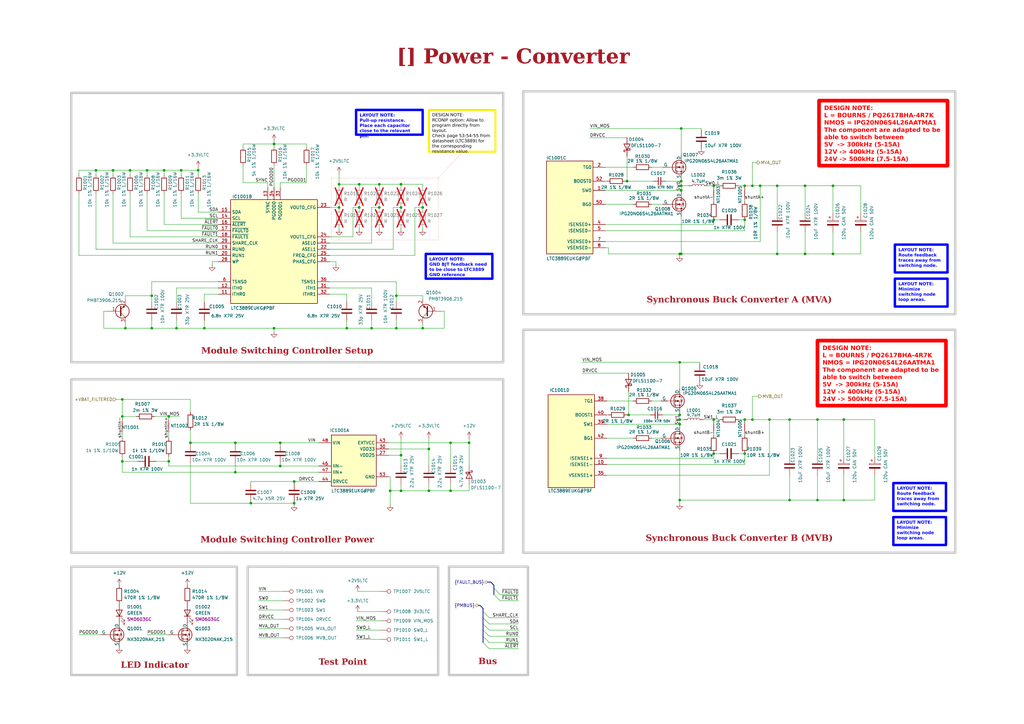
<source format=kicad_sch>
(kicad_sch (version 20231120) (generator "eeschema") (generator_version "8.0")
  (paper "A3")
  (title_block (title "Power - Converter") (date "Last Modified Date") (rev "${REVISION}") (company "${COMPANY}"))
  (bus_alias "PMBUS" (members "SDA" "SCL" "RUN0" "RUN1" "~{ALERT}" "SHARE_CLK"))
  (junction (at 175.895 201.295))
  (junction (at 323.85 205.105))
  (junction (at 335.28 205.105))
  (junction (at 164.465 85.09))
  (junction (at 96.52 193.675))
  (junction (at 83.82 134.62))
  (junction (at 164.465 186.69))
  (junction (at 39.37 69.85))
  (junction (at 341.63 76.2))
  (junction (at 139.065 85.09))
  (junction (at 81.28 69.85))
  (junction (at 164.465 75.565))
  (junction (at 112.395 59.055))
  (junction (at 279.4 104.14))
  (junction (at 184.785 181.61))
  (junction (at 305.435 90.17))
  (junction (at 305.435 172.085))
  (junction (at 278.765 205.105))
  (junction (at 152.4 134.62))
  (junction (at 184.785 201.295))
  (junction (at 62.23 134.62))
  (junction (at 192.405 181.61))
  (junction (at 69.215 189.23))
  (junction (at 173.355 85.09))
  (junction (at 96.52 181.61))
  (junction (at 315.595 172.085))
  (junction (at 51.435 134.62))
  (junction (at 330.2 76.2))
  (junction (at 120.65 197.485))
  (junction (at 62.23 121.285))
  (junction (at 308.61 172.085))
  (junction (at 278.765 148.59))
  (junction (at 279.4 76.2))
  (junction (at 155.575 85.09))
  (junction (at 53.34 69.85))
  (junction (at 278.765 173.99))
  (junction (at 311.785 76.2))
  (junction (at 278.765 170.18))
  (junction (at 50.165 170.815))
  (junction (at 102.87 206.375))
  (junction (at 155.575 75.565))
  (junction (at 257.175 74.295))
  (junction (at 278.765 172.085))
  (junction (at 164.465 201.295))
  (junction (at 114.935 181.61))
  (junction (at 335.28 172.085))
  (junction (at 160.02 201.295))
  (junction (at 346.075 172.085))
  (junction (at 60.325 69.85))
  (junction (at 69.215 170.815))
  (junction (at 50.165 189.23))
  (junction (at 278.765 104.14))
  (junction (at 323.85 172.085))
  (junction (at 162.56 134.62))
  (junction (at 318.77 76.2))
  (junction (at 292.735 186.055))
  (junction (at 74.295 69.85))
  (junction (at 72.39 134.62))
  (junction (at 341.63 104.14))
  (junction (at 279.4 78.105))
  (junction (at 175.895 184.15))
  (junction (at 308.61 76.2))
  (junction (at 292.735 90.17))
  (junction (at 318.77 104.14))
  (junction (at 120.65 206.375))
  (junction (at 330.2 104.14))
  (junction (at 279.4 52.705))
  (junction (at 78.105 181.61))
  (junction (at 112.395 134.62))
  (junction (at 162.56 121.285))
  (junction (at 279.4 74.295))
  (junction (at 305.435 186.055))
  (junction (at 139.065 75.565))
  (junction (at 346.075 205.105))
  (junction (at 173.355 134.62))
  (junction (at 46.355 69.85))
  (junction (at 147.32 85.09))
  (junction (at 292.735 172.085))
  (junction (at 257.81 170.18))
  (junction (at 142.24 134.62))
  (junction (at 67.31 69.85))
  (junction (at 305.435 76.2))
  (junction (at 50.165 163.83))
  (junction (at 147.32 75.565))
  (junction (at 114.935 191.135))
  (junction (at 292.735 76.2))
  (bus_entry (at 202.565 241.3) (size 2.54 2.54))
  (bus_entry (at 198.12 250.825) (size 2.54 2.54))
  (bus_entry (at 198.12 260.985) (size 2.54 2.54))
  (bus_entry (at 198.12 253.365) (size 2.54 2.54))
  (bus_entry (at 198.12 258.445) (size 2.54 2.54))
  (bus_entry (at 202.565 243.84) (size 2.54 2.54))
  (bus_entry (at 198.12 263.525) (size 2.54 2.54))
  (bus_entry (at 198.12 255.905) (size 2.54 2.54))
  (wire (pts (xy 60.325 94.615) (xy 60.325 79.375)))
  (wire (pts (xy 278.765 172.085) (xy 280.67 172.085)))
  (wire (pts (xy 114.935 76.835) (xy 114.935 74.93)))
  (wire (pts (xy 102.87 197.485) (xy 120.65 197.485)))
  (wire (pts (xy 152.4 85.09) (xy 152.4 99.695)))
  (wire (pts (xy 346.075 194.945) (xy 346.075 205.105)))
  (wire (pts (xy 139.065 93.345) (xy 139.065 93.98)))
  (wire (pts (xy 248.92 187.96) (xy 292.735 187.96)))
  (wire (pts (xy 305.435 82.55) (xy 305.435 81.915)))
  (wire (pts (xy 135.255 99.695) (xy 152.4 99.695)))
  (wire (pts (xy 346.075 187.325) (xy 346.075 172.085)))
  (wire (pts (xy 358.775 187.325) (xy 358.775 172.085)))
  (wire (pts (xy 106.045 250.19) (xy 116.205 250.19)))
  (wire (pts (xy 308.61 162.56) (xy 308.61 172.085)))
  (wire (pts (xy 89.535 86.995) (xy 81.28 86.995)))
  (wire (pts (xy 147.32 84.455) (xy 147.32 85.09)))
  (wire (pts (xy 144.78 85.09) (xy 147.32 85.09)))
  (wire (pts (xy 292.735 76.2) (xy 295.275 76.2)))
  (wire (pts (xy 32.385 79.375) (xy 32.385 104.775)))
  (wire (pts (xy 341.63 87.63) (xy 341.63 76.2)))
  (wire (pts (xy 273.05 74.295) (xy 279.4 74.295)))
  (wire (pts (xy 112.395 67.945) (xy 112.395 76.835)))
  (wire (pts (xy 50.165 177.165) (xy 50.165 179.705)))
  (wire (pts (xy 78.105 181.61) (xy 78.105 182.245)))
  (wire (pts (xy 267.335 68.58) (xy 271.78 68.58)))
  (wire (pts (xy 162.56 134.62) (xy 173.355 134.62)))
  (wire (pts (xy 69.215 170.815) (xy 73.66 170.815)))
  (wire (pts (xy 256.54 74.295) (xy 257.175 74.295)))
  (wire (pts (xy 53.34 97.155) (xy 89.535 97.155)))
  (wire (pts (xy 135.255 85.09) (xy 139.065 85.09)))
  (wire (pts (xy 278.765 172.085) (xy 278.765 173.99)))
  (wire (pts (xy 42.545 127.635) (xy 42.545 134.62)))
  (wire (pts (xy 39.37 69.85) (xy 46.355 69.85)))
  (wire (pts (xy 46.355 79.375) (xy 46.355 99.695)))
  (wire (pts (xy 330.2 95.25) (xy 330.2 104.14)))
  (wire (pts (xy 341.63 104.14) (xy 353.06 104.14)))
  (wire (pts (xy 155.575 85.09) (xy 155.575 85.725)))
  (wire (pts (xy 39.37 69.85) (xy 39.37 71.755)))
  (wire (pts (xy 112.395 57.785) (xy 112.395 59.055)))
  (wire (pts (xy 335.28 172.085) (xy 346.075 172.085)))
  (wire (pts (xy 106.045 254) (xy 116.205 254)))
  (wire (pts (xy 278.765 148.59) (xy 287.02 148.59)))
  (wire (pts (xy 50.165 189.23) (xy 50.165 193.675)))
  (wire (pts (xy 164.465 198.755) (xy 164.465 201.295)))
  (wire (pts (xy 47.625 163.83) (xy 50.165 163.83)))
  (wire (pts (xy 173.355 76.835) (xy 173.355 75.565)))
  (wire (pts (xy 89.535 102.235) (xy 39.37 102.235)))
  (wire (pts (xy 89.535 104.775) (xy 32.385 104.775)))
  (wire (pts (xy 248.92 194.945) (xy 315.595 194.945)))
  (wire (pts (xy 184.785 181.61) (xy 192.405 181.61)))
  (wire (pts (xy 249.555 101.6) (xy 248.285 101.6)))
  (wire (pts (xy 164.465 186.69) (xy 164.465 191.135)))
  (wire (pts (xy 279.4 78.105) (xy 279.4 78.74)))
  (wire (pts (xy 69.215 191.135) (xy 114.935 191.135)))
  (wire (pts (xy 308.61 66.675) (xy 308.61 76.2)))
  (bus (pts (xy 202.565 241.3) (xy 202.565 243.84)))
  (wire (pts (xy 175.895 198.755) (xy 175.895 201.295)))
  (wire (pts (xy 315.595 172.085) (xy 323.85 172.085)))
  (wire (pts (xy 72.39 134.62) (xy 62.23 134.62)))
  (wire (pts (xy 278.765 205.105) (xy 278.765 206.375)))
  (wire (pts (xy 155.575 75.565) (xy 147.32 75.565)))
  (wire (pts (xy 292.735 90.17) (xy 295.275 90.17)))
  (wire (pts (xy 159.385 184.15) (xy 175.895 184.15)))
  (wire (pts (xy 135.255 120.65) (xy 142.24 120.65)))
  (wire (pts (xy 182.245 127.635) (xy 182.245 134.62)))
  (wire (pts (xy 257.81 160.655) (xy 257.81 170.18)))
  (wire (pts (xy 135.255 107.315) (xy 137.795 107.315)))
  (bus (pts (xy 196.215 248.285) (xy 196.85 248.285)))
  (wire (pts (xy 89.535 92.075) (xy 67.31 92.075)))
  (wire (pts (xy 238.76 148.59) (xy 278.765 148.59)))
  (wire (pts (xy 335.28 205.105) (xy 346.075 205.105)))
  (wire (pts (xy 248.285 74.295) (xy 248.92 74.295)))
  (wire (pts (xy 184.785 201.295) (xy 192.405 201.295)))
  (wire (pts (xy 160.02 195.58) (xy 159.385 195.58)))
  (bus (pts (xy 200.025 238.76) (xy 201.295 238.76)))
  (wire (pts (xy 160.02 195.58) (xy 160.02 201.295)))
  (wire (pts (xy 69.215 189.23) (xy 69.215 191.135)))
  (wire (pts (xy 50.165 187.325) (xy 50.165 189.23)))
  (wire (pts (xy 267.335 179.705) (xy 271.145 179.705)))
  (wire (pts (xy 279.4 88.9) (xy 279.4 104.14)))
  (wire (pts (xy 318.77 95.25) (xy 318.77 104.14)))
  (wire (pts (xy 308.61 172.085) (xy 315.595 172.085)))
  (wire (pts (xy 50.165 163.83) (xy 78.105 163.83)))
  (wire (pts (xy 164.465 93.345) (xy 164.465 93.98)))
  (wire (pts (xy 159.385 186.69) (xy 164.465 186.69)))
  (wire (pts (xy 114.935 189.865) (xy 114.935 191.135)))
  (wire (pts (xy 278.765 184.785) (xy 278.765 205.105)))
  (wire (pts (xy 125.73 59.055) (xy 112.395 59.055)))
  (wire (pts (xy 249.555 170.18) (xy 248.92 170.18)))
  (wire (pts (xy 292.735 90.17) (xy 292.735 92.075)))
  (wire (pts (xy 238.76 153.035) (xy 257.81 153.035)))
  (wire (pts (xy 50.165 193.675) (xy 96.52 193.675)))
  (wire (pts (xy 279.4 52.705) (xy 279.4 63.5)))
  (wire (pts (xy 135.255 118.11) (xy 152.4 118.11)))
  (bus (pts (xy 198.12 260.985) (xy 198.12 263.525)))
  (wire (pts (xy 184.785 181.61) (xy 184.785 191.135)))
  (wire (pts (xy 152.4 134.62) (xy 162.56 134.62)))
  (wire (pts (xy 257.175 74.295) (xy 267.97 74.295)))
  (wire (pts (xy 318.77 87.63) (xy 318.77 76.2)))
  (wire (pts (xy 32.385 260.35) (xy 41.275 260.35)))
  (wire (pts (xy 287.655 52.705) (xy 287.655 53.34)))
  (wire (pts (xy 292.735 187.96) (xy 292.735 186.055)))
  (wire (pts (xy 69.215 170.815) (xy 69.215 172.085)))
  (wire (pts (xy 164.465 84.455) (xy 164.465 85.09)))
  (wire (pts (xy 180.975 127.635) (xy 182.245 127.635)))
  (wire (pts (xy 96.52 181.61) (xy 96.52 182.245)))
  (wire (pts (xy 125.73 60.325) (xy 125.73 59.055)))
  (bus (pts (xy 198.12 250.825) (xy 198.12 253.365)))
  (wire (pts (xy 60.325 94.615) (xy 89.535 94.615)))
  (wire (pts (xy 248.92 179.705) (xy 259.715 179.705)))
  (wire (pts (xy 278.765 104.14) (xy 279.4 104.14)))
  (bus (pts (xy 196.85 248.285) (xy 198.12 249.555)))
  (wire (pts (xy 278.765 104.14) (xy 278.765 104.775)))
  (wire (pts (xy 335.28 187.325) (xy 335.28 172.085)))
  (wire (pts (xy 51.435 134.62) (xy 51.435 132.715)))
  (wire (pts (xy 102.87 198.12) (xy 102.87 197.485)))
  (wire (pts (xy 146.05 254.635) (xy 156.21 254.635)))
  (wire (pts (xy 114.935 74.93) (xy 125.73 74.93)))
  (wire (pts (xy 248.92 173.99) (xy 278.765 173.99)))
  (wire (pts (xy 173.355 121.285) (xy 162.56 121.285)))
  (wire (pts (xy 112.395 59.055) (xy 99.695 59.055)))
  (wire (pts (xy 160.02 207.01) (xy 160.02 201.295)))
  (wire (pts (xy 142.24 134.62) (xy 152.4 134.62)))
  (wire (pts (xy 89.535 107.315) (xy 86.995 107.315)))
  (wire (pts (xy 60.325 69.85) (xy 53.34 69.85)))
  (wire (pts (xy 192.405 181.61) (xy 192.405 191.135)))
  (wire (pts (xy 120.65 197.485) (xy 130.81 197.485)))
  (wire (pts (xy 67.31 69.85) (xy 67.31 71.755)))
  (wire (pts (xy 139.065 71.12) (xy 139.065 75.565)))
  (wire (pts (xy 43.815 127.635) (xy 42.545 127.635)))
  (wire (pts (xy 161.29 85.09) (xy 164.465 85.09)))
  (wire (pts (xy 323.85 172.085) (xy 335.28 172.085)))
  (bus (pts (xy 201.295 238.76) (xy 202.565 240.03)))
  (wire (pts (xy 353.06 95.25) (xy 353.06 104.14)))
  (wire (pts (xy 62.23 115.57) (xy 89.535 115.57)))
  (wire (pts (xy 69.215 187.325) (xy 69.215 189.23)))
  (wire (pts (xy 323.85 187.325) (xy 323.85 172.085)))
  (wire (pts (xy 102.87 206.375) (xy 120.65 206.375)))
  (wire (pts (xy 311.785 99.06) (xy 311.785 76.2)))
  (wire (pts (xy 78.105 176.53) (xy 78.105 181.61)))
  (wire (pts (xy 257.175 170.18) (xy 257.81 170.18)))
  (wire (pts (xy 125.73 74.93) (xy 125.73 67.945)))
  (wire (pts (xy 96.52 193.675) (xy 130.81 193.675)))
  (wire (pts (xy 279.4 76.2) (xy 279.4 78.105)))
  (bus (pts (xy 198.12 255.905) (xy 198.12 258.445)))
  (wire (pts (xy 353.06 87.63) (xy 353.06 76.2)))
  (wire (pts (xy 67.31 92.075) (xy 67.31 79.375)))
  (wire (pts (xy 278.765 170.18) (xy 278.765 172.085)))
  (wire (pts (xy 147.32 75.565) (xy 147.32 76.835)))
  (wire (pts (xy 50.165 189.23) (xy 56.515 189.23)))
  (wire (pts (xy 120.65 205.74) (xy 120.65 206.375)))
  (wire (pts (xy 147.32 85.09) (xy 147.32 85.725)))
  (wire (pts (xy 78.105 181.61) (xy 96.52 181.61)))
  (wire (pts (xy 248.285 94.615) (xy 305.435 94.615)))
  (wire (pts (xy 50.165 170.815) (xy 55.88 170.815)))
  (wire (pts (xy 184.785 198.755) (xy 184.785 201.295)))
  (wire (pts (xy 112.395 135.89) (xy 112.395 134.62)))
  (wire (pts (xy 53.34 69.85) (xy 46.355 69.85)))
  (wire (pts (xy 305.435 76.2) (xy 308.61 76.2)))
  (wire (pts (xy 279.4 52.705) (xy 287.655 52.705)))
  (wire (pts (xy 106.045 261.62) (xy 116.205 261.62)))
  (wire (pts (xy 305.435 76.2) (xy 305.435 76.835)))
  (wire (pts (xy 292.735 76.2) (xy 292.735 76.835)))
  (wire (pts (xy 89.535 99.695) (xy 46.355 99.695)))
  (wire (pts (xy 78.105 163.83) (xy 78.105 168.91)))
  (wire (pts (xy 302.895 76.2) (xy 305.435 76.2)))
  (wire (pts (xy 161.29 85.09) (xy 161.29 102.235)))
  (wire (pts (xy 53.34 79.375) (xy 53.34 97.155)))
  (wire (pts (xy 164.465 201.295) (xy 175.895 201.295)))
  (wire (pts (xy 173.355 122.555) (xy 173.355 121.285)))
  (wire (pts (xy 173.355 134.62) (xy 173.355 132.715)))
  (wire (pts (xy 248.285 68.58) (xy 259.715 68.58)))
  (wire (pts (xy 81.28 79.375) (xy 81.28 86.995)))
  (wire (pts (xy 51.435 122.555) (xy 51.435 121.285)))
  (wire (pts (xy 267.335 164.465) (xy 271.145 164.465)))
  (wire (pts (xy 120.65 198.12) (xy 120.65 197.485)))
  (wire (pts (xy 62.23 123.825) (xy 62.23 121.285)))
  (wire (pts (xy 318.77 76.2) (xy 330.2 76.2)))
  (wire (pts (xy 102.87 206.375) (xy 102.87 205.74)))
  (wire (pts (xy 308.61 162.56) (xy 311.15 162.56)))
  (wire (pts (xy 330.2 104.14) (xy 341.63 104.14)))
  (wire (pts (xy 173.355 84.455) (xy 173.355 85.09)))
  (wire (pts (xy 99.695 74.93) (xy 99.695 67.945)))
  (wire (pts (xy 114.935 181.61) (xy 130.81 181.61)))
  (wire (pts (xy 50.165 170.815) (xy 50.165 163.83)))
  (wire (pts (xy 335.28 194.945) (xy 335.28 205.105)))
  (wire (pts (xy 170.18 85.09) (xy 173.355 85.09)))
  (wire (pts (xy 292.735 172.085) (xy 292.735 172.72)))
  (wire (pts (xy 358.775 194.945) (xy 358.775 205.105)))
  (wire (pts (xy 106.045 257.81) (xy 116.205 257.81)))
  (wire (pts (xy 46.355 69.85) (xy 46.355 71.755)))
  (wire (pts (xy 89.535 89.535) (xy 74.295 89.535)))
  (wire (pts (xy 323.85 194.945) (xy 323.85 205.105)))
  (wire (pts (xy 146.685 242.57) (xy 156.21 242.57)))
  (wire (pts (xy 160.02 201.295) (xy 164.465 201.295)))
  (wire (pts (xy 162.56 131.445) (xy 162.56 134.62)))
  (wire (pts (xy 279.4 76.2) (xy 282.575 76.2)))
  (wire (pts (xy 305.435 178.435) (xy 305.435 177.8)))
  (wire (pts (xy 248.285 78.105) (xy 279.4 78.105)))
  (wire (pts (xy 139.065 85.09) (xy 139.065 85.725)))
  (wire (pts (xy 302.895 172.085) (xy 305.435 172.085)))
  (wire (pts (xy 83.82 120.65) (xy 83.82 123.825)))
  (wire (pts (xy 139.065 75.565) (xy 147.32 75.565)))
  (wire (pts (xy 72.39 131.445) (xy 72.39 134.62)))
  (wire (pts (xy 114.935 181.61) (xy 114.935 182.245)))
  (wire (pts (xy 60.325 260.35) (xy 69.215 260.35)))
  (wire (pts (xy 81.28 69.85) (xy 81.28 71.755)))
  (wire (pts (xy 278.765 173.99) (xy 278.765 174.625)))
  (wire (pts (xy 155.575 93.98) (xy 155.575 93.345)))
  (wire (pts (xy 330.2 87.63) (xy 330.2 76.2)))
  (bus (pts (xy 198.12 249.555) (xy 198.12 250.825)))
  (wire (pts (xy 279.4 104.14) (xy 318.77 104.14)))
  (wire (pts (xy 42.545 134.62) (xy 51.435 134.62)))
  (wire (pts (xy 106.045 246.38) (xy 116.205 246.38)))
  (wire (pts (xy 146.05 262.255) (xy 156.21 262.255)))
  (wire (pts (xy 32.385 69.85) (xy 39.37 69.85)))
  (wire (pts (xy 241.935 56.515) (xy 257.175 56.515)))
  (wire (pts (xy 69.215 177.165) (xy 69.215 179.705)))
  (wire (pts (xy 182.245 134.62) (xy 173.355 134.62)))
  (wire (pts (xy 290.195 76.2) (xy 292.735 76.2)))
  (wire (pts (xy 155.575 75.565) (xy 155.575 76.835)))
  (wire (pts (xy 278.765 205.105) (xy 323.85 205.105)))
  (wire (pts (xy 278.765 148.59) (xy 278.765 159.385)))
  (wire (pts (xy 74.295 69.85) (xy 67.31 69.85)))
  (wire (pts (xy 292.735 186.055) (xy 295.275 186.055)))
  (wire (pts (xy 89.535 118.11) (xy 72.39 118.11)))
  (wire (pts (xy 341.63 76.2) (xy 353.06 76.2)))
  (wire (pts (xy 155.575 84.455) (xy 155.575 85.09)))
  (wire (pts (xy 96.52 181.61) (xy 114.935 181.61)))
  (wire (pts (xy 192.405 179.705) (xy 192.405 181.61)))
  (wire (pts (xy 81.28 69.85) (xy 74.295 69.85)))
  (wire (pts (xy 318.77 104.14) (xy 330.2 104.14)))
  (wire (pts (xy 200.66 258.445) (xy 212.725 258.445)))
  (wire (pts (xy 162.56 121.285) (xy 162.56 115.57)))
  (wire (pts (xy 308.61 172.085) (xy 305.435 172.085)))
  (wire (pts (xy 173.355 93.345) (xy 173.355 93.98)))
  (polyline (pts (xy 179.705 73.025) (xy 189.865 62.23)) (stroke (width 0) (type dot) (color 255 0 0 1)))
  (wire (pts (xy 173.355 75.565) (xy 164.465 75.565)))
  (wire (pts (xy 62.23 134.62) (xy 51.435 134.62)))
  (wire (pts (xy 109.855 76.835) (xy 109.855 74.93)))
  (wire (pts (xy 271.78 170.18) (xy 278.765 170.18)))
  (wire (pts (xy 302.895 186.055) (xy 305.435 186.055)))
  (wire (pts (xy 152.4 85.09) (xy 155.575 85.09)))
  (wire (pts (xy 60.325 69.85) (xy 67.31 69.85)))
  (wire (pts (xy 278.765 169.545) (xy 278.765 170.18)))
  (wire (pts (xy 50.165 170.815) (xy 50.165 172.085)))
  (wire (pts (xy 53.34 69.85) (xy 53.34 71.755)))
  (wire (pts (xy 249.555 104.14) (xy 249.555 101.6)))
  (wire (pts (xy 200.66 253.365) (xy 212.725 253.365)))
  (wire (pts (xy 248.285 83.82) (xy 259.715 83.82)))
  (wire (pts (xy 241.935 52.705) (xy 279.4 52.705)))
  (wire (pts (xy 72.39 134.62) (xy 83.82 134.62)))
  (wire (pts (xy 99.695 74.93) (xy 109.855 74.93)))
  (wire (pts (xy 173.355 85.09) (xy 173.355 85.725)))
  (wire (pts (xy 120.65 206.375) (xy 120.65 207.01)))
  (wire (pts (xy 248.285 92.075) (xy 292.735 92.075)))
  (wire (pts (xy 257.175 64.135) (xy 257.175 74.295)))
  (wire (pts (xy 200.66 266.065) (xy 212.725 266.065)))
  (wire (pts (xy 72.39 118.11) (xy 72.39 123.825)))
  (wire (pts (xy 164.465 85.09) (xy 164.465 85.725)))
  (wire (pts (xy 279.4 74.295) (xy 279.4 76.2)))
  (wire (pts (xy 170.18 85.09) (xy 170.18 104.775)))
  (wire (pts (xy 308.61 66.675) (xy 310.515 66.675)))
  (wire (pts (xy 292.735 82.55) (xy 292.735 81.915)))
  (wire (pts (xy 32.385 71.755) (xy 32.385 69.85)))
  (wire (pts (xy 152.4 131.445) (xy 152.4 134.62)))
  (wire (pts (xy 330.2 76.2) (xy 341.63 76.2)))
  (wire (pts (xy 315.595 172.085) (xy 315.595 194.945)))
  (wire (pts (xy 200.66 263.525) (xy 212.725 263.525)))
  (wire (pts (xy 305.435 90.17) (xy 305.435 94.615)))
  (wire (pts (xy 81.28 68.58) (xy 81.28 69.85)))
  (wire (pts (xy 288.29 172.085) (xy 292.735 172.085)))
  (wire (pts (xy 86.995 108.585) (xy 86.995 107.315)))
  (wire (pts (xy 142.24 131.445) (xy 142.24 134.62)))
  (wire (pts (xy 146.05 258.445) (xy 156.21 258.445)))
  (wire (pts (xy 248.92 190.5) (xy 305.435 190.5)))
  (wire (pts (xy 200.66 255.905) (xy 212.725 255.905)))
  (wire (pts (xy 249.555 104.14) (xy 278.765 104.14)))
  (wire (pts (xy 248.92 164.465) (xy 259.715 164.465)))
  (wire (pts (xy 147.32 93.345) (xy 147.32 93.98)))
  (wire (pts (xy 164.465 75.565) (xy 164.465 76.835)))
  (wire (pts (xy 164.465 75.565) (xy 155.575 75.565)))
  (wire (pts (xy 292.735 172.085) (xy 295.275 172.085)))
  (wire (pts (xy 146.685 250.825) (xy 156.21 250.825)))
  (wire (pts (xy 139.065 84.455) (xy 139.065 85.09)))
  (wire (pts (xy 305.435 190.5) (xy 305.435 186.055)))
  (wire (pts (xy 51.435 121.285) (xy 62.23 121.285)))
  (bus (pts (xy 202.565 240.03) (xy 202.565 241.3)))
  (wire (pts (xy 60.325 69.85) (xy 60.325 71.755)))
  (wire (pts (xy 106.045 242.57) (xy 116.205 242.57)))
  (wire (pts (xy 74.295 89.535) (xy 74.295 79.375)))
  (wire (pts (xy 63.5 170.815) (xy 69.215 170.815)))
  (wire (pts (xy 248.285 99.06) (xy 311.785 99.06)))
  (wire (pts (xy 287.02 148.59) (xy 287.02 149.225)))
  (wire (pts (xy 78.105 189.865) (xy 78.105 206.375)))
  (wire (pts (xy 83.82 131.445) (xy 83.82 134.62)))
  (wire (pts (xy 341.63 95.25) (xy 341.63 104.14)))
  (wire (pts (xy 114.935 191.135) (xy 130.81 191.135)))
  (wire (pts (xy 205.105 246.38) (xy 212.725 246.38)))
  (wire (pts (xy 83.82 134.62) (xy 112.395 134.62)))
  (wire (pts (xy 137.795 108.585) (xy 137.795 107.315)))
  (wire (pts (xy 162.56 115.57) (xy 135.255 115.57)))
  (wire (pts (xy 308.61 76.2) (xy 311.785 76.2)))
  (wire (pts (xy 192.405 198.755) (xy 192.405 201.295)))
  (wire (pts (xy 96.52 189.865) (xy 96.52 193.675)))
  (wire (pts (xy 135.255 97.155) (xy 144.78 97.155)))
  (bus (pts (xy 198.12 258.445) (xy 198.12 260.985)))
  (wire (pts (xy 346.075 172.085) (xy 358.775 172.085)))
  (wire (pts (xy 175.895 179.705) (xy 175.895 184.15)))
  (wire (pts (xy 257.81 170.18) (xy 266.7 170.18)))
  (bus (pts (xy 198.12 253.365) (xy 198.12 255.905)))
  (wire (pts (xy 89.535 120.65) (xy 83.82 120.65)))
  (wire (pts (xy 267.335 83.82) (xy 271.78 83.82)))
  (wire (pts (xy 112.395 59.055) (xy 112.395 60.325)))
  (wire (pts (xy 164.465 179.705) (xy 164.465 186.69)))
  (wire (pts (xy 162.56 123.825) (xy 162.56 121.285)))
  (wire (pts (xy 200.66 260.985) (xy 212.725 260.985)))
  (wire (pts (xy 152.4 118.11) (xy 152.4 123.825)))
  (wire (pts (xy 175.895 201.295) (xy 184.785 201.295)))
  (wire (pts (xy 135.255 102.235) (xy 161.29 102.235)))
  (wire (pts (xy 135.255 104.775) (xy 170.18 104.775)))
  (wire (pts (xy 311.785 76.2) (xy 318.77 76.2)))
  (wire (pts (xy 99.695 59.055) (xy 99.695 60.325)))
  (wire (pts (xy 62.23 121.285) (xy 62.23 115.57)))
  (wire (pts (xy 302.895 90.17) (xy 305.435 90.17)))
  (wire (pts (xy 39.37 79.375) (xy 39.37 102.235)))
  (wire (pts (xy 142.24 120.65) (xy 142.24 123.825)))
  (wire (pts (xy 346.075 205.105) (xy 358.775 205.105)))
  (wire (pts (xy 205.105 243.84) (xy 212.725 243.84)))
  (wire (pts (xy 144.78 85.09) (xy 144.78 97.155)))
  (wire (pts (xy 62.23 131.445) (xy 62.23 134.62)))
  (wire (pts (xy 64.135 189.23) (xy 69.215 189.23)))
  (wire (pts (xy 279.4 74.295) (xy 279.4 73.66)))
  (wire (pts (xy 74.295 69.85) (xy 74.295 71.755)))
  (wire (pts (xy 175.895 191.135) (xy 175.895 184.15)))
  (wire (pts (xy 139.065 75.565) (xy 139.065 76.835)))
  (wire (pts (xy 292.735 178.435) (xy 292.735 177.8)))
  (wire (pts (xy 112.395 134.62) (xy 142.24 134.62)))
  (wire (pts (xy 305.435 172.085) (xy 305.435 172.72)))
  (wire (pts (xy 323.85 205.105) (xy 335.28 205.105)))
  (wire (pts (xy 78.105 206.375) (xy 102.87 206.375)))
  (wire (pts (xy 159.385 181.61) (xy 184.785 181.61)))
  (rectangle (start 135.89 73.025) (end 179.705 98.425) (stroke (width 0) (type dot) (color 255 0 0 1)))
  (rectangle (start 29.21 232.41) (end 97.155 276.86) (stroke (width 1) (color 200 200 200 1)))
  (rectangle (start 214.63 135.255) (end 391.795 226.695) (stroke (width 1) (color 200 200 200 1)))
  (rectangle (start 29.21 155.575) (end 206.375 226.695) (stroke (width 1) (color 200 200 200 1)))
  (rectangle (start 184.15 232.41) (end 216.535 276.86) (stroke (width 1) (color 200 200 200 1)))
  (rectangle (start 214.63 37.465) (end 391.795 128.905) (stroke (width 1) (color 200 200 200 1)))
  (rectangle (start 101.6 232.41) (end 179.705 276.86) (stroke (width 1) (color 200 200 200 1)))
  (rectangle (start 29.21 38.1) (end 206.375 148.59) (stroke (width 1) (color 200 200 200 1)))
  (text_box "Test Point\n\n" (at 101.6 267.97 0) (size 78.105 6.985) (stroke (width -0.0001)) (effects (font (size 2.54 2.54) (thickness 0.508) (bold yes)) (justify bottom)))
  (text_box "Synchronous Buck Converter A (MVA)" (at 214.63 119.38 0) (size 177.165 6.985) (stroke (width -0.0001)) (effects (font (size 2.54 2.54) (thickness 0.508) (bold yes)) (justify bottom)))
  (text_box "LED Indicator\n" (at 29.845 269.24 0) (size 67.31 6.985) (stroke (width -0.0001)) (effects (font (size 2.54 2.54) (thickness 0.508) (bold yes)) (justify bottom)))
  (text_box "LAYOUT NOTE:\nRoute feedback traces away from switching node." (at 366.395 198.12 0) (size 21.59 11.43) (stroke (width 1) (color 0 0 255 1)) (effects (font (size 1.27 1.27) (thickness 0.4) (bold yes)) (justify left top)))
  (text_box "Module Switching Controller Setup" (at 29.845 140.335 0) (size 175.895 6.985) (stroke (width -0.0001)) (effects (font (size 2.54 2.54) (thickness 0.508) (bold yes)) (justify bottom)))
  (text_box "LAYOUT NOTE:\nMinimize switching node loop areas." (at 366.395 212.09 0) (size 21.59 11.43) (stroke (width 1) (color 0 0 255 1)) (effects (font (size 1.27 1.27) (thickness 0.4) (bold yes)) (justify left top)))
  (text_box "Synchronous Buck Converter B (MVB)" (at 214.63 217.17 0) (size 177.165 6.985) (stroke (width -0.0001)) (effects (font (size 2.54 2.54) (thickness 0.508) (bold yes)) (justify bottom)))
  (text_box "Module Switching Controller Power" (at 29.21 217.805 0) (size 177.165 6.985) (stroke (width -0.0001)) (effects (font (size 2.54 2.54) (thickness 0.508) (bold yes)) (justify bottom)))
  (text_box "DESIGN NOTE:\nL = BOURNS / PQ2617BHA-4R7K\nNMOS = IPG20N06S4L26AATMA1\nThe component are adapted to be able to switch between\n5V  -> 300kHz (5-15A)\n12V -> 400kHz (5-15A)\n24V -> 500kHz (7.5-15A)\n\n" (at 335.28 139.7 0) (size 52.705 26.67) (stroke (width 1.5) (color 255 0 0 1)) (effects (font (size 1.778 1.778) (thickness 0.4) (bold yes)) (justify left top)))
  (text_box "[${#}] ${TITLE}" (at 12.7 17.145 0) (size 395.605 12.7) (stroke (width -0.0001)) (effects (font (size 6 6) (thickness 1.2) (bold yes))))
  (text_box "DESIGN NOTE:\nL = BOURNS / PQ2617BHA-4R7K\nNMOS = IPG20N06S4L26AATMA1\nThe component are adapted to be able to switch between\n5V  -> 300kHz (5-15A)\n12V -> 400kHz (5-15A)\n24V -> 500kHz (7.5-15A)\n\n" (at 335.915 41.275 0) (size 52.705 26.67) (stroke (width 1.5) (color 255 0 0 1)) (effects (font (size 1.778 1.778) (thickness 0.4) (bold yes)) (justify left top)))
  (text_box "LAYOUT NOTE:\nPull-up resistance.\nPlace each capacitor close to the relevant pin." (at 146.05 45.085 0) (size 27.305 10.16) (stroke (width 1) (color 0 0 255 1)) (effects (font (size 1.27 1.27) (thickness 0.4) (bold yes)) (justify left top)))
  (text_box "DESIGN NOTE:\nRCONIF option: Allow to program directly from layout. \nCheck page 53-54-55 from datasheet (LTC3889) for the corresponding resistance value." (at 175.895 45.085 0) (size 27.305 17.145) (stroke (width 0.8) (color 250 236 0 1)) (effects (font (size 1.27 1.27)) (justify left top)))
  (text_box "Bus" (at 184.15 267.716 0) (size 31.75 6.985) (stroke (width -0.0001)) (effects (font (size 2.54 2.54) (thickness 0.508) (bold yes)) (justify bottom)))
  (text_box "LAYOUT NOTE:\nGND BJT feedback need to be close to LTC3889 GND reference" (at 174.625 104.14 0) (size 27.305 10.16) (stroke (width 1) (color 0 0 255 1)) (effects (font (size 1.27 1.27) (thickness 0.4) (bold yes)) (justify left top)))
  (text_box "LAYOUT NOTE:\nRoute feedback traces away from switching node." (at 367.03 100.33 0) (size 21.59 11.43) (stroke (width 1) (color 0 0 255 1)) (effects (font (size 1.27 1.27) (thickness 0.4) (bold yes)) (justify left top)))
  (text_box "LAYOUT NOTE:\nMinimize switching node loop areas." (at 367.03 114.3 0) (size 21.59 11.43) (stroke (width 1) (color 0 0 255 1)) (effects (font (size 1.27 1.27) (thickness 0.4) (bold yes)) (justify left top)))
  (label "RUN1" (at 212.725 263.525 180))
  (label "VIN_MOS" (at 146.05 254.635 0))
  (label "VIN_MOS" (at 241.935 52.705 0))
  (label "SHARE_CLK" (at 212.725 253.365 180))
  (label "SW1_L" (at 146.05 262.255 0))
  (label "MVA_OUT" (at 106.045 257.81 0))
  (label "~{FAULT0}" (at 89.535 94.615 180))
  (label "PGOOD0" (at 112.395 68.58 270))
  (label "RUN0" (at 212.725 260.985 180))
  (label "SDA" (at 212.725 255.905 180))
  (label "SCL" (at 212.725 258.445 180))
  (label "VIN" (at 106.045 242.57 0))
  (label "VIN_MOS" (at 73.66 170.815 180))
  (label "shuntA+" (at 305.435 81.915 0))
  (label "~{ALERT}" (at 212.725 266.065 180))
  (label "PGOOD1" (at 125.73 74.93 180))
  (label "shuntA-" (at 292.735 81.915 180))
  (label "DRVCC" (at 241.935 56.515 0))
  (label "SW1" (at 106.045 250.19 0))
  (label "SYNC" (at 109.855 74.93 180))
  (label "DRVCC" (at 122.555 197.485 0))
  (label "SW0" (at 279.4 74.295 270))
  (label "shuntIn-" (at 50.165 179.705 90))
  (label "SW0" (at 106.045 246.38 0))
  (label "DRVCC" (at 106.045 254 0))
  (label "SDA" (at 89.535 86.995 180))
  (label "VIN_MOS" (at 238.76 148.59 0))
  (label "SCL" (at 89.535 89.535 180))
  (label "~{FAULT1}" (at 212.725 246.38 180))
  (label "MVB_OUT" (at 106.045 261.62 0))
  (label "DRVCC" (at 238.76 153.035 0))
  (label "SW1_L" (at 294.64 172.085 180))
  (label "PGOOD0" (at 32.385 260.35 0))
  (label "VIN" (at 129.54 181.61 180))
  (label "~{FAULT0}" (at 212.725 243.84 180))
  (label "SHARE_CLK" (at 89.535 99.695 180))
  (label "shuntIn+" (at 69.215 179.705 90))
  (label "RUN0" (at 89.535 102.235 180))
  (label "PGOOD1" (at 60.325 260.35 0))
  (label "shuntB-" (at 292.735 178.435 180))
  (label "SW0_L" (at 295.275 76.2 180))
  (label "SW0_L" (at 146.05 258.445 0))
  (label "SW1" (at 278.765 170.18 270))
  (label "shuntB+" (at 305.435 178.435 0))
  (label "~{FAULT1}" (at 89.535 97.155 180))
  (label "~{ALERT}" (at 89.535 92.075 180))
  (label "RUN1" (at 89.535 104.775 180))
  (hierarchical_label "MVB_OUT" (shape output) (at 311.15 162.56 0))
  (hierarchical_label "MVA_OUT" (shape output) (at 310.515 66.675 0))
  (hierarchical_label "{PMBUS}" (shape bidirectional) (at 196.215 248.285 180))
  (hierarchical_label "+VBAT_FILTERED" (shape input) (at 47.625 163.83 180))
  (hierarchical_label "{FAULT_BUS}" (shape bidirectional) (at 200.025 238.76 180))
  (symbol (lib_id "power:+3.3V") (at 146.685 250.825 0) (unit 1)
    (property "Reference" "#PWR01019" (effects (hide yes)))
    (property "Value" "+3.3VLTC" (at 146.685 246.38 0))
  )
  (symbol (lib_id "Simulation_SPICE:NMOS") (at 276.225 164.465 0) (unit 1)
    (property "Reference" "Q1005" (at 279.4 159.385 0) (effects (justify left)))
    (property "Value" "IPG20N06S4L26AATMA1" (at 280.035 161.29 0) (effects (justify left)))
    (property "Footprint" "0_transistor_fet:Infineon-IPG20N06S4L-26A-Manufacturer_Recommended" (effects (hide yes)))
    (property "Datasheet" "https://ngspice.sourceforge.io/docs/ngspice-manual.pdf" (effects (hide yes)))
    (property "Sim.Device" "NMOS" (effects (hide yes)))
    (property "Sim.Type" "VDMOS" (effects (hide yes)))
    (property "Sim.Pins" "1=D 2=G 3=S" (effects (hide yes)))
  )
  (symbol (lib_id "Device:C") (at 330.2 91.44 0) (unit 1)
    (property "Reference" "C1024" (at 331.47 90.17 90) (effects (justify left)))
    (property "Value" "10uF X7R 100V" (at 334.645 98.425 90) (effects (justify left)))
    (property "Footprint" "0_capacitor_smd:C_1210_3225_DensityHigh" (effects (hide yes)))
  )
  (symbol (lib_id "Device:C") (at 78.105 186.055 180) (unit 1)
    (property "Reference" "C1004" (at 83.185 186.055 0))
    (property "Value" "10n X7R 100V" (at 85.725 188.595 0))
    (property "Footprint" "0_capacitor_smd:C_0402_1005_DensityHigh" (effects (hide yes)))
  )
  (symbol (lib_id "Simulation_SPICE:NMOS") (at 276.86 68.58 0) (unit 1)
    (property "Reference" "Q1007" (at 280.035 63.5 0) (effects (justify left)))
    (property "Value" "IPG20N06S4L26AATMA1" (at 280.67 66.04 0) (effects (justify left)))
    (property "Footprint" "0_transistor_fet:Infineon-IPG20N06S4L-26A-Manufacturer_Recommended" (effects (hide yes)))
    (property "Datasheet" "https://ngspice.sourceforge.io/docs/ngspice-manual.pdf" (effects (hide yes)))
    (property "Sim.Device" "NMOS" (effects (hide yes)))
    (property "Sim.Type" "VDMOS" (effects (hide yes)))
    (property "Sim.Pins" "1=D 2=G 3=S" (effects (hide yes)))
  )
  (symbol (lib_id "power:+3.3V") (at 112.395 57.785 0) (unit 1)
    (property "Reference" "#PWR01007" (effects (hide yes)))
    (property "Value" "+3.3VLTC" (at 112.395 52.705 0))
  )
  (symbol (lib_id "Device:R") (at 69.215 183.515 0) (mirror y) (unit 1)
    (property "Reference" "R1010" (at 65.405 182.245 0))
    (property "Value" "1k 1% 1/10W" (at 60.96 184.785 0))
    (property "Footprint" "0_resistor_smd:R_0603_1608_DensityHigh" (effects (hide yes)))
  )
  (symbol (lib_id "Device:R") (at 263.525 68.58 270) (mirror x) (unit 1)
    (property "Reference" "R1030" (at 263.525 64.135 90))
    (property "Value" "2R 1% 1/8W" (at 263.525 66.04 90))
    (property "Footprint" "0_resistor_smd:R_0402_1005_DensityHigh" (effects (hide yes)))
  )
  (symbol (lib_id "Device:R") (at 263.525 179.705 270) (mirror x) (unit 1)
    (property "Reference" "R1033" (at 264.16 175.26 90))
    (property "Value" "2R 1% 1/8W" (at 264.16 177.165 90))
    (property "Footprint" "0_resistor_smd:R_0402_1005_DensityHigh" (effects (hide yes)))
  )
  (symbol (lib_id "Device:R") (at 60.325 75.565 180) (unit 1)
    (property "Reference" "R1008" (at 62.865 78.105 90) (effects (justify right)))
    (property "Value" "10k 1% 1/16W" (at 64.77 85.09 90) (effects (justify right)))
    (property "Footprint" "0_resistor_smd:R_0402_1005_DensityHigh" (effects (hide yes)))
  )
  (symbol (lib_id "Connector:TestPoint") (at 156.21 250.825 270) (unit 1) (in_bom no)
    (property "Reference" "TP1008" (at 161.29 250.825 90) (effects (justify left)))
    (property "Value" "3V3LTC" (at 169.545 250.825 90) (effects (justify left)))
    (property "Footprint" "0_testpoint:TestPoint_Pad_D0.5mm_Back" (effects (hide yes)))
  )
  (symbol (lib_id "power:GND") (at 147.32 93.98 0) (unit 1)
    (property "Reference" "#PWR01013" (effects (hide yes)))
    (property "Value" "GND" (effects (hide yes)))
  )
  (symbol (lib_id "Device:R") (at 299.085 76.2 90) (unit 1)
    (property "Reference" "R1036" (at 299.085 70.485 90))
    (property "Value" "3m 1% 3W" (at 299.085 73.025 90))
    (property "Footprint" "0_resistor_smd:RESC6432X135N" (effects (hide yes)))
  )
  (symbol (lib_id "Connector:TestPoint") (at 156.21 254.635 270) (unit 1) (in_bom no)
    (property "Reference" "TP1009" (at 161.29 254.635 90) (effects (justify left)))
    (property "Value" "VIN_MOS" (at 169.545 254.635 90) (effects (justify left)))
    (property "Footprint" "0_testpoint:TestPoint_Pad_D0.5mm_Front" (effects (hide yes)))
  )
  (symbol (lib_id "Device:C") (at 175.895 194.945 180) (unit 1)
    (property "Reference" "C1014" (at 177.8 187.96 90) (effects (justify left)))
    (property "Value" "2.2u X7R 25V" (at 180.34 186.69 90) (effects (justify left)))
    (property "Footprint" "0_capacitor_smd:C_0603_1608_DensityHigh" (effects (hide yes)))
  )
  (symbol (lib_id "Device:R") (at 252.73 74.295 270) (mirror x) (unit 1)
    (property "Reference" "R1028" (at 252.73 71.755 90))
    (property "Value" "2R 1% 1/8W" (at 252.73 76.835 90))
    (property "Footprint" "0_resistor_smd:R_0402_1005_DensityHigh" (effects (hide yes)))
  )
  (symbol (lib_id "power:GND") (at 139.065 93.98 0) (unit 1)
    (property "Reference" "#PWR01012" (effects (hide yes)))
    (property "Value" "GND" (effects (hide yes)))
  )
  (symbol (lib_id "Device:R") (at 139.065 80.645 0) (unit 1) (in_bom no) (dnp yes)
    (property "Reference" "R1018" (at 140.97 79.375 0) (effects (justify left)))
    (property "Value" "R" (at 140.97 81.915 0) (effects (justify left)))
    (property "Footprint" "0_resistor_smd:R_0402_1005_DensityHigh" (effects (hide yes)))
  )
  (symbol (lib_id "Device:R") (at 147.32 80.645 0) (unit 1) (in_bom no) (dnp yes)
    (property "Reference" "R1020" (at 149.225 79.375 0) (effects (justify left)))
    (property "Value" "R" (at 149.225 81.915 0) (effects (justify left)))
    (property "Footprint" "0_resistor_smd:R_0402_1005_DensityHigh" (effects (hide yes)))
  )
  (symbol (lib_id "Connector:TestPoint") (at 116.205 242.57 270) (unit 1) (in_bom no)
    (property "Reference" "TP1001" (at 121.285 242.57 90) (effects (justify left)))
    (property "Value" "VIN" (at 129.54 242.57 90) (effects (justify left)))
    (property "Footprint" "0_testpoint:TestPoint_Pad_D0.5mm_Front" (effects (hide yes)))
  )
  (symbol (lib_id "Device:R") (at 253.365 170.18 270) (mirror x) (unit 1)
    (property "Reference" "R1029" (at 253.365 167.64 90))
    (property "Value" "2R 1% 1/8W" (at 253.365 172.72 90))
    (property "Footprint" "0_resistor_smd:R_0402_1005_DensityHigh" (effects (hide yes)))
  )
  (symbol (lib_id "Device:C") (at 287.655 57.15 0) (unit 1)
    (property "Reference" "C1019" (at 288.925 54.61 0) (effects (justify left)))
    (property "Value" "10uF X7R 100V" (at 288.925 59.69 0) (effects (justify left)))
    (property "Footprint" "0_capacitor_smd:C_1210_3225_DensityHigh" (effects (hide yes)))
  )
  (symbol (lib_name "LTC3889EUKG#PBF_3") (lib_id "LTC3889EUKG#PBF:LTC3889EUKG#PBF") (at 146.685 200.66 0) (unit 1)
    (property "Reference" "IC1001" (at 135.255 176.53 0) (effects (justify left)))
    (property "Value" "LTC3889EUKG#PBF" (at 135.89 201.295 0) (effects (justify left)))
    (property "Footprint" "0_switching_regulator:QFN50P700X800X80-53N-D" (effects (hide yes)))
    (property "Datasheet" "https://www.analog.com/media/en/technical-documentation/data-sheets/LTC3889.pdf" (effects (hide yes)))
    (property "Height" "0.8" (effects (hide yes)))
    (property "Mouser Part Number" "584-LTC3889EUKG#PBF" (effects (hide yes)))
    (property "Mouser Price/Stock" "https://www.mouser.co.uk/ProductDetail/Analog-Devices-Linear-Technology/LTC3889EUKGPBF?qs=PqoDHHvF649NHHRjs4x%2FBA%3D%3D" (effects (hide yes)))
    (property "Manufacturer_Name" "Analog Devices" (effects (hide yes)))
    (property "Manufacturer_Part_Number" "LTC3889EUKG#PBF" (effects (hide yes)))
  )
  (symbol (lib_id "Device:C_Polarized") (at 341.63 91.44 0) (unit 1)
    (property "Reference" "C1026" (at 343.535 89.535 90) (effects (justify left)))
    (property "Value" "120u CAN 50V" (at 346.075 98.425 90) (effects (justify left)))
    (property "Footprint" "0_capacitor_smd:Hybrid_G_VP" (effects (hide yes)))
  )
  (symbol (lib_id "power:+3.3V") (at 81.28 68.58 0) (unit 1)
    (property "Reference" "#PWR01003" (effects (hide yes)))
    (property "Value" "+3.3VLTC" (at 81.28 63.5 0))
  )
  (symbol (lib_id "Device:NetTie_2") (at 69.215 174.625 270) (unit 1) (in_bom no)
    (property "Reference" "NT1002" (at 69.85 174.625 90) (effects (justify left)))
    (property "Value" "NetTie_2" (effects (hide yes)))
    (property "Footprint" "0_net_tie:NetTie-2_SMD_Pad0.2mm" (effects (hide yes)))
  )
  (symbol (lib_id "power:GND") (at 76.835 265.43 0) (unit 1)
    (property "Reference" "#PWR01005" (effects (hide yes)))
    (property "Value" "GND" (effects (hide yes)))
  )
  (symbol (lib_id "Connector:TestPoint") (at 116.205 254 270) (unit 1) (in_bom no)
    (property "Reference" "TP1004" (at 121.285 254 90) (effects (justify left)))
    (property "Value" "DRVCC" (at 129.54 254 90) (effects (justify left)))
    (property "Footprint" "0_testpoint:TestPoint_Pad_D0.5mm_Back" (effects (hide yes)))
  )
  (symbol (lib_id "Transistor_BJT:MMBT3906") (at 48.895 127.635 0) (mirror x) (unit 1)
    (property "Reference" "Q1002" (at 44.45 120.65 0) (effects (justify left)))
    (property "Value" "PMBT3906,215" (at 35.56 123.19 0) (effects (justify left)))
    (property "Footprint" "Package_TO_SOT_SMD:SOT-23" (effects (hide yes)))
    (property "Datasheet" "https://www.onsemi.com/pdf/datasheet/pzt3906-d.pdf" (effects (hide yes)))
  )
  (symbol (lib_id "Device:C_Polarized") (at 353.06 91.44 0) (unit 1)
    (property "Reference" "C1028" (at 354.965 89.535 90) (effects (justify left)))
    (property "Value" "120u CAN 50V" (at 357.505 98.425 90) (effects (justify left)))
    (property "Footprint" "0_capacitor_smd:Hybrid_G_VP" (effects (hide yes)))
  )
  (symbol (lib_id "Device:R") (at 305.435 86.36 0) (mirror x) (unit 1)
    (property "Reference" "R1038" (at 307.975 86.995 90))
    (property "Value" "10R 1% 1/8W" (at 309.88 91.44 90))
    (property "Footprint" "0_resistor_smd:R_0402_1005_DensityHigh" (effects (hide yes)))
  )
  (symbol (lib_id "Device:R") (at 305.435 182.245 0) (mirror x) (unit 1)
    (property "Reference" "R1039" (at 309.245 184.15 0))
    (property "Value" "10R 1% 1/8W" (at 313.055 186.69 0))
    (property "Footprint" "0_resistor_smd:R_0402_1005_DensityHigh" (effects (hide yes)))
  )
  (symbol (lib_id "Connector:TestPoint") (at 116.205 261.62 270) (unit 1) (in_bom no)
    (property "Reference" "TP1006" (at 121.285 261.62 90) (effects (justify left)))
    (property "Value" "MVB_OUT" (at 129.54 261.62 90) (effects (justify left)))
    (property "Footprint" "0_testpoint:TestPoint_Pad_D0.5mm_Front" (effects (hide yes)))
  )
  (symbol (lib_id "power:GND") (at 287.02 156.845 0) (mirror y) (unit 1)
    (property "Reference" "#PWR01025" (effects (hide yes)))
    (property "Value" "GND" (effects (hide yes)))
  )
  (symbol (lib_id "power:GND") (at 137.795 108.585 0) (unit 1)
    (property "Reference" "#PWR01010" (effects (hide yes)))
    (property "Value" "GND" (effects (hide yes)))
  )
  (symbol (lib_id "Device:R") (at 125.73 64.135 180) (unit 1)
    (property "Reference" "R1017" (at 128.27 66.675 90) (effects (justify right)))
    (property "Value" "10k 1% 1/16W" (at 130.175 73.66 90) (effects (justify right)))
    (property "Footprint" "0_resistor_smd:R_0402_1005_DensityHigh" (effects (hide yes)))
  )
  (symbol (lib_id "Device:D_Schottky") (at 257.81 156.845 90) (unit 1)
    (property "Reference" "D1005" (at 264.795 153.67 90) (effects (justify left)))
    (property "Value" "DFLS1100-7" (at 271.78 156.21 90) (effects (justify left)))
    (property "Footprint" "0_diode_smd:Diodes_Inc.-PowerDI123-03_2017-0-MFG" (effects (hide yes)))
  )
  (symbol (lib_id "Simulation_SPICE:NMOS") (at 276.86 83.82 0) (unit 1)
    (property "Reference" "Q1008" (at 268.605 85.725 0) (effects (justify left)))
    (property "Value" "IPG20N06S4L26AATMA1" (at 254 87.63 0) (effects (justify left)))
    (property "Footprint" "0_transistor_fet:Infineon-IPG20N06S4L-26A-Manufacturer_Recommended" (effects (hide yes)))
    (property "Datasheet" "https://ngspice.sourceforge.io/docs/ngspice-manual.pdf" (effects (hide yes)))
    (property "Sim.Device" "NMOS" (effects (hide yes)))
    (property "Sim.Type" "VDMOS" (effects (hide yes)))
    (property "Sim.Pins" "1=D 2=G 3=S" (effects (hide yes)))
  )
  (symbol (lib_id "Device:R") (at 173.355 89.535 0) (unit 1) (in_bom no) (dnp yes)
    (property "Reference" "R1027" (at 175.26 88.265 0) (effects (justify left)))
    (property "Value" "R" (at 175.26 90.805 0) (effects (justify left)))
    (property "Footprint" "0_resistor_smd:R_0402_1005_DensityHigh" (effects (hide yes)))
  )
  (symbol (lib_id "Device:C_Polarized") (at 358.775 191.135 0) (unit 1)
    (property "Reference" "C1029" (at 360.68 189.23 90) (effects (justify left)))
    (property "Value" "120u CAN 50V" (at 363.22 198.12 90) (effects (justify left)))
    (property "Footprint" "0_capacitor_smd:Hybrid_G_VP" (effects (hide yes)))
  )
  (symbol (lib_id "power:+2V5") (at 164.465 179.705 0) (unit 1)
    (property "Reference" "#PWR01017" (effects (hide yes)))
    (property "Value" "+2V5LTC" (at 164.465 174.625 0))
  )
  (symbol (lib_id "Device:NetTie_2") (at 292.735 175.26 270) (unit 1) (in_bom no)
    (property "Reference" "NT1004" (at 294.64 172.085 0) (effects (justify left)))
    (property "Value" "NetTie_2" (effects (hide yes)))
    (property "Footprint" "0_net_tie:NetTie-2_SMD_Pad0.2mm" (effects (hide yes)))
  )
  (symbol (lib_id "Device:R") (at 48.895 243.84 0) (unit 1)
    (property "Reference" "R1004" (at 50.8 242.57 0) (effects (justify left)))
    (property "Value" "470R 1% 1/8W" (at 50.8 245.11 0) (effects (justify left)))
    (property "Footprint" "0_resistor_smd:R_0402_1005_DensityHigh" (effects (hide yes)))
  )
  (symbol (lib_id "Device:R") (at 32.385 75.565 180) (unit 1)
    (property "Reference" "R1001" (at 34.925 78.105 90) (effects (justify right)))
    (property "Value" "10k 1% 1/16W" (at 36.83 85.09 90) (effects (justify right)))
    (property "Footprint" "0_resistor_smd:R_0402_1005_DensityHigh" (effects (hide yes)))
  )
  (symbol (lib_name "NMOS_1") (lib_id "Simulation_SPICE:NMOS") (at 74.295 260.35 0) (unit 1)
    (property "Reference" "Q1003" (at 80.01 257.81 0) (effects (justify left)))
    (property "Value" "NX3020NAK,215" (at 80.01 262.255 0) (effects (justify left)))
    (property "Footprint" "0_package_SOT_TO_SMD:SOT-23-3" (effects (hide yes)))
    (property "Sim.Device" "NMOS" (effects (hide yes)))
    (property "Sim.Type" "VDMOS" (effects (hide yes)))
    (property "Sim.Pins" "1=D 2=G 3=S" (effects (hide yes)))
  )
  (symbol (lib_id "Device:R") (at 147.32 89.535 0) (unit 1) (in_bom no) (dnp yes)
    (property "Reference" "R1021" (at 149.225 88.265 0) (effects (justify left)))
    (property "Value" "R" (at 149.225 90.805 0) (effects (justify left)))
    (property "Footprint" "0_resistor_smd:R_0402_1005_DensityHigh" (effects (hide yes)))
  )
  (symbol (lib_id "Device:C") (at 287.02 153.035 0) (unit 1)
    (property "Reference" "C1018" (at 288.29 150.495 0) (effects (justify left)))
    (property "Value" "10uF X7R 100V" (at 287.655 155.575 0) (effects (justify left)))
    (property "Footprint" "0_capacitor_smd:C_1210_3225_DensityHigh" (effects (hide yes)))
  )
  (symbol (lib_id "Device:R") (at 46.355 75.565 180) (unit 1)
    (property "Reference" "R1003" (at 48.895 78.105 90) (effects (justify right)))
    (property "Value" "10k 1% 1/16W" (at 50.8 85.09 90) (effects (justify right)))
    (property "Footprint" "0_resistor_smd:R_0402_1005_DensityHigh" (effects (hide yes)))
  )
  (symbol (lib_id "Device:R") (at 292.735 86.36 180) (unit 1)
    (property "Reference" "R1034" (at 288.925 88.265 0))
    (property "Value" "10R 1% 1/8W" (at 286.385 90.805 0))
    (property "Footprint" "0_resistor_smd:R_0402_1005_DensityHigh" (effects (hide yes)))
  )
  (symbol (lib_id "Device:R") (at 112.395 64.135 180) (unit 1)
    (property "Reference" "R1016" (at 114.935 66.675 90) (effects (justify right)))
    (property "Value" "10k 1% 1/16W" (at 116.84 73.66 90) (effects (justify right)))
    (property "Footprint" "0_resistor_smd:R_0402_1005_DensityHigh" (effects (hide yes)))
  )
  (symbol (lib_id "Device:C") (at 120.65 201.93 180) (unit 1)
    (property "Reference" "C1009" (at 123.19 201.93 0) (effects (justify right)))
    (property "Value" "1u X7R 25V" (at 121.285 204.47 0) (effects (justify right)))
    (property "Footprint" "0_capacitor_smd:C_0603_1608_DensityHigh" (effects (hide yes)))
  )
  (symbol (lib_id "Device:R") (at 263.525 83.82 270) (mirror x) (unit 1)
    (property "Reference" "R1031" (at 264.16 79.375 90))
    (property "Value" "2R 1% 1/8W" (at 264.16 81.28 90))
    (property "Footprint" "0_resistor_smd:R_0402_1005_DensityHigh" (effects (hide yes)))
  )
  (symbol (lib_name "LTC3889EUKG#PBF_1") (lib_id "LTC3889EUKG#PBF:LTC3889EUKG#PBF") (at 113.03 99.06 0) (unit 2)
    (property "Reference" "IC1001" (at 95.25 80.645 0) (effects (justify left)))
    (property "Value" "LTC3889EUKG#PBF" (at 94.615 126.365 0) (effects (justify left)))
    (property "Footprint" "0_switching_regulator:QFN50P700X800X80-53N-D" (effects (hide yes)))
    (property "Datasheet" "https://www.analog.com/media/en/technical-documentation/data-sheets/LTC3889.pdf" (effects (hide yes)))
    (property "Height" "0.8" (effects (hide yes)))
    (property "Mouser Part Number" "584-LTC3889EUKG#PBF" (effects (hide yes)))
    (property "Mouser Price/Stock" "https://www.mouser.co.uk/ProductDetail/Analog-Devices-Linear-Technology/LTC3889EUKGPBF?qs=PqoDHHvF649NHHRjs4x%2FBA%3D%3D" (effects (hide yes)))
    (property "Manufacturer_Name" "Analog Devices" (effects (hide yes)))
    (property "Manufacturer_Part_Number" "LTC3889EUKG#PBF" (effects (hide yes)))
  )
  (symbol (lib_id "Device:C") (at 335.28 191.135 0) (unit 1)
    (property "Reference" "C1025" (at 336.55 189.865 90) (effects (justify left)))
    (property "Value" "10uF X7R 100V" (at 339.725 198.12 90) (effects (justify left)))
    (property "Footprint" "0_capacitor_smd:C_1210_3225_DensityHigh" (effects (hide yes)))
  )
  (symbol (lib_id "Device:C") (at 162.56 127.635 0) (mirror x) (unit 1)
    (property "Reference" "C1012" (at 160.655 123.825 90))
    (property "Value" "10n X7R 100V" (at 158.115 125.73 90))
    (property "Footprint" "0_capacitor_smd:C_0402_1005_DensityHigh" (effects (hide yes)))
  )
  (symbol (lib_id "Device:D_Schottky") (at 192.405 194.945 270) (unit 1)
    (property "Reference" "D1003" (at 193.04 197.485 90) (effects (justify left)))
    (property "Value" "DFLS1100-7" (at 193.04 200.025 90) (effects (justify left)))
    (property "Footprint" "0_diode_smd:Diodes_Inc.-PowerDI123-03_2017-0-MFG" (effects (hide yes)))
  )
  (symbol (lib_id "Device:R") (at 263.525 164.465 270) (mirror x) (unit 1)
    (property "Reference" "R1032" (at 264.16 160.02 90))
    (property "Value" "2R 1% 1/8W" (at 264.16 161.925 90))
    (property "Footprint" "0_resistor_smd:R_0402_1005_DensityHigh" (effects (hide yes)))
  )
  (symbol (lib_id "Device:R") (at 292.735 182.245 180) (unit 1)
    (property "Reference" "R1035" (at 288.925 184.15 0))
    (property "Value" "10R 1% 1/8W" (at 285.75 186.69 0))
    (property "Footprint" "0_resistor_smd:R_0402_1005_DensityHigh" (effects (hide yes)))
  )
  (symbol (lib_id "Device:L") (at 284.48 172.085 270) (mirror x) (unit 1)
    (property "Reference" "L1001" (at 284.48 168.275 90))
    (property "Value" "4,7uH" (at 284.48 170.18 90))
    (property "Footprint" "0_capacitor_smd:PQ2617BHA4R7K" (effects (hide yes)))
    (property "Datasheet" "PQ2617BHA-4R7K " (effects (hide yes)))
  )
  (symbol (lib_id "power:GND") (at 155.575 93.98 0) (unit 1)
    (property "Reference" "#PWR01014" (effects (hide yes)))
    (property "Value" "GND" (effects (hide yes)))
  )
  (symbol (lib_id "Device:LED") (at 76.835 251.46 90) (unit 1)
    (property "Reference" "D1002" (at 80.01 248.92 90) (effects (justify right)))
    (property "Value" "GREEN" (at 80.01 251.46 90) (effects (justify right)))
    (property "Footprint" "LED_SMD:LED_0603_1608Metric" (effects (hide yes)))
    (property "Datasheet" "https://www.bivar.com/parts_content/Datasheets/SM0603GC.pdf" (effects (hide yes)))
    (property "Manufacturer ref" "SM0603GC" (at 85.09 254 90))
    (property "Digikey ref" "492-1324-1-ND" (effects (hide yes)))
    (instances (project "SMPS_legged_robot_module" (path "" (reference "D1002") (unit 1))) (project "orion_pcb" (path "" (reference "D203") (unit 1))))
  )
  (symbol (lib_id "Device:C") (at 83.82 127.635 180) (unit 1)
    (property "Reference" "C1005" (at 88.9 125.73 0))
    (property "Value" "6.8n X7R 25V" (at 93.345 129.54 0))
    (property "Footprint" "0_capacitor_smd:C_0402_1005_DensityHigh" (effects (hide yes)))
  )
  (symbol (lib_id "Device:C") (at 102.87 201.93 180) (unit 1)
    (property "Reference" "C1007" (at 105.41 201.93 0) (effects (justify right)))
    (property "Value" "4.7u X5R 25V" (at 103.505 204.47 0) (effects (justify right)))
    (property "Footprint" "0_capacitor_smd:C_0402_1005_DensityHigh" (effects (hide yes)))
  )
  (symbol (lib_id "power:GND") (at 48.895 265.43 0) (unit 1)
    (property "Reference" "#PWR01002" (effects (hide yes)))
    (property "Value" "GND" (effects (hide yes)))
  )
  (symbol (lib_id "Device:C_Small") (at 269.24 170.18 90) (unit 1)
    (property "Reference" "C1016" (at 271.78 167.64 90) (effects (justify left)))
    (property "Value" "100n X7R 50V" (at 274.955 172.72 90) (effects (font (size 1 1)) (justify left)))
    (property "Footprint" "0_capacitor_smd:C_0402_1005_DensityHigh" (effects (hide yes)))
    (property "Datasheet" "https://search.murata.co.jp/Ceramy/image/img/A01X/G101/ENG/GCM155R71H104KE02-01.pdf" (effects (hide yes)))
    (property "Description" "0.1 µF ±10% 50V Ceramic Capacitor X7R 0402 (1005 Metric)" (effects (hide yes)))
    (property "Manufacturer" "Murata Electronics" (effects (hide yes)))
    (property "Manufacturer Part Number" "GCM155R71H104KE02J" (effects (hide yes)))
    (property "Supplier 1" "Digikey" (effects (hide yes)))
    (property "Supplier Part Number 1" "490-14514-1-ND" (effects (hide yes)))
  )
  (symbol (lib_id "Device:NetTie_2") (at 292.735 79.375 270) (unit 1) (in_bom no)
    (property "Reference" "NT1003" (at 294.64 76.2 0) (effects (justify left)))
    (property "Value" "NetTie_2" (effects (hide yes)))
    (property "Footprint" "0_net_tie:NetTie-2_SMD_Pad0.2mm" (effects (hide yes)))
  )
  (symbol (lib_id "Device:R") (at 50.165 183.515 0) (unit 1)
    (property "Reference" "R1005" (at 46.355 182.245 0))
    (property "Value" "1k 1% 1/10W" (at 41.91 184.785 0))
    (property "Footprint" "0_resistor_smd:R_0603_1608_DensityHigh" (effects (hide yes)))
  )
  (symbol (lib_id "Device:L") (at 286.385 76.2 90) (unit 1)
    (property "Reference" "L1002" (at 286.385 71.755 90))
    (property "Value" "4,7uH" (at 286.385 74.295 90))
    (property "Footprint" "0_capacitor_smd:PQ2617BHA4R7K" (effects (hide yes)))
    (property "Datasheet" "PQ2617BHA-4R7K " (effects (hide yes)))
  )
  (symbol (lib_id "power:+2V5") (at 146.685 242.57 0) (unit 1)
    (property "Reference" "#PWR01018" (effects (hide yes)))
    (property "Value" "+2V5LTC" (at 146.685 238.125 0))
  )
  (symbol (lib_id "Device:C") (at 142.24 127.635 0) (mirror x) (unit 1)
    (property "Reference" "C1010" (at 137.16 125.73 0))
    (property "Value" "6.8n X7R 25V" (at 132.715 129.54 0))
    (property "Footprint" "0_capacitor_smd:C_0402_1005_DensityHigh" (effects (hide yes)))
  )
  (symbol (lib_id "power:+3.3V") (at 175.895 179.705 0) (unit 1)
    (property "Reference" "#PWR01021" (effects (hide yes)))
    (property "Value" "+3.3VLTC" (at 175.895 174.625 0))
  )
  (symbol (lib_id "Device:R") (at 139.065 89.535 0) (unit 1) (in_bom no) (dnp yes)
    (property "Reference" "R1019" (at 140.97 88.265 0) (effects (justify left)))
    (property "Value" "R" (at 140.97 90.805 0) (effects (justify left)))
    (property "Footprint" "0_resistor_smd:R_0402_1005_DensityHigh" (effects (hide yes)))
  )
  (symbol (lib_id "Device:C") (at 60.325 189.23 90) (unit 1)
    (property "Reference" "C1001" (at 55.88 187.325 90))
    (property "Value" "1n X7R 100V" (at 60.325 192.405 90))
    (property "Footprint" "0_capacitor_smd:C_0402_1005_DensityHigh" (effects (hide yes)))
  )
  (symbol (lib_name "LTC3889EUKG#PBF_2") (lib_id "LTC3889EUKG#PBF:LTC3889EUKG#PBF") (at 232.41 106.68 0) (unit 3)
    (property "Reference" "IC1001" (at 224.155 64.77 0) (effects (justify left)))
    (property "Value" "LTC3889EUKG#PBF" (at 224.155 106.045 0) (effects (justify left)))
    (property "Footprint" "0_switching_regulator:QFN50P700X800X80-53N-D" (effects (hide yes)))
    (property "Datasheet" "https://www.analog.com/media/en/technical-documentation/data-sheets/LTC3889.pdf" (effects (hide yes)))
    (property "Height" "0.8" (effects (hide yes)))
    (property "Mouser Part Number" "584-LTC3889EUKG#PBF" (effects (hide yes)))
    (property "Mouser Price/Stock" "https://www.mouser.co.uk/ProductDetail/Analog-Devices-Linear-Technology/LTC3889EUKGPBF?qs=PqoDHHvF649NHHRjs4x%2FBA%3D%3D" (effects (hide yes)))
    (property "Manufacturer_Name" "Analog Devices" (effects (hide yes)))
    (property "Manufacturer_Part_Number" "LTC3889EUKG#PBF" (effects (hide yes)))
  )
  (symbol (lib_id "Device:R") (at 76.835 243.84 0) (unit 1)
    (property "Reference" "R1014" (at 78.74 242.57 0) (effects (justify left)))
    (property "Value" "470R 1% 1/8W" (at 78.74 245.11 0) (effects (justify left)))
    (property "Footprint" "0_resistor_smd:R_0402_1005_DensityHigh" (effects (hide yes)))
  )
  (symbol (lib_id "Device:C") (at 299.085 186.055 90) (unit 1)
    (property "Reference" "C1021" (at 299.085 182.245 90))
    (property "Value" "1n X7R 100V" (at 299.085 189.23 90))
    (property "Footprint" "0_capacitor_smd:C_0402_1005_DensityHigh" (effects (hide yes)))
  )
  (symbol (lib_id "Device:R") (at 81.28 75.565 180) (unit 1)
    (property "Reference" "R1013" (at 83.82 78.105 90) (effects (justify right)))
    (property "Value" "10k 1% 1/16W" (at 85.725 85.09 90) (effects (justify right)))
    (property "Footprint" "0_resistor_smd:R_0402_1005_DensityHigh" (effects (hide yes)))
  )
  (symbol (lib_id "Device:R") (at 299.085 172.085 90) (unit 1)
    (property "Reference" "R1037" (at 299.085 166.37 90))
    (property "Value" "3m 1% 3W" (at 299.085 168.91 90))
    (property "Footprint" "0_resistor_smd:RESC6432X135N" (effects (hide yes)))
  )
  (symbol (lib_id "Connector:TestPoint") (at 156.21 262.255 270) (unit 1) (in_bom no)
    (property "Reference" "TP1011" (at 161.29 262.255 90) (effects (justify left)))
    (property "Value" "SW1_L" (at 169.545 262.255 90) (effects (justify left)))
    (property "Footprint" "0_testpoint:TestPoint_Pad_D0.5mm_Front" (effects (hide yes)))
  )
  (symbol (lib_id "LTC3889EUKG#PBF:LTC3889EUKG#PBF") (at 234.315 198.755 0) (unit 4)
    (property "Reference" "IC1001" (at 225.425 160.02 0) (effects (justify left)))
    (property "Value" "LTC3889EUKG#PBF" (at 224.79 201.295 0) (effects (justify left)))
    (property "Footprint" "0_switching_regulator:QFN50P700X800X80-53N-D" (effects (hide yes)))
    (property "Datasheet" "https://www.analog.com/media/en/technical-documentation/data-sheets/LTC3889.pdf" (effects (hide yes)))
    (property "Height" "0.8" (effects (hide yes)))
    (property "Mouser Part Number" "584-LTC3889EUKG#PBF" (effects (hide yes)))
    (property "Mouser Price/Stock" "https://www.mouser.co.uk/ProductDetail/Analog-Devices-Linear-Technology/LTC3889EUKGPBF?qs=PqoDHHvF649NHHRjs4x%2FBA%3D%3D" (effects (hide yes)))
    (property "Manufacturer_Name" "Analog Devices" (effects (hide yes)))
    (property "Manufacturer_Part_Number" "LTC3889EUKG#PBF" (effects (hide yes)))
  )
  (symbol (lib_id "power:GND") (at 278.765 104.775 0) (unit 1)
    (property "Reference" "#PWR01023" (effects (hide yes)))
    (property "Value" "GND" (effects (hide yes)))
  )
  (symbol (lib_id "power:+2V5") (at 139.065 71.12 0) (unit 1)
    (property "Reference" "#PWR01011" (effects (hide yes)))
    (property "Value" "+2V5LTC" (at 139.065 66.04 0))
  )
  (symbol (lib_id "Device:C_Small") (at 270.51 74.295 90) (unit 1)
    (property "Reference" "C1017" (at 273.05 71.12 90) (effects (justify left)))
    (property "Value" "100n X7R 50V" (at 276.225 76.835 90) (effects (font (size 1 1)) (justify left)))
    (property "Footprint" "0_capacitor_smd:C_0402_1005_DensityHigh" (effects (hide yes)))
    (property "Datasheet" "https://search.murata.co.jp/Ceramy/image/img/A01X/G101/ENG/GCM155R71H104KE02-01.pdf" (effects (hide yes)))
    (property "Description" "0.1 µF ±10% 50V Ceramic Capacitor X7R 0402 (1005 Metric)" (effects (hide yes)))
    (property "Manufacturer" "Murata Electronics" (effects (hide yes)))
    (property "Manufacturer Part Number" "GCM155R71H104KE02J" (effects (hide yes)))
    (property "Supplier 1" "Digikey" (effects (hide yes)))
    (property "Supplier Part Number 1" "490-14514-1-ND" (effects (hide yes)))
  )
  (symbol (lib_id "Device:R") (at 74.295 75.565 180) (unit 1)
    (property "Reference" "R1011" (at 76.835 78.105 90) (effects (justify right)))
    (property "Value" "10k 1% 1/16W" (at 78.74 85.09 90) (effects (justify right)))
    (property "Footprint" "0_resistor_smd:R_0402_1005_DensityHigh" (effects (hide yes)))
  )
  (symbol (lib_id "power:+12V") (at 76.835 240.03 0) (unit 1)
    (property "Reference" "#PWR01004" (effects (hide yes)))
    (property "Value" "+12V" (at 76.835 234.95 0))
  )
  (symbol (lib_id "Device:R") (at 67.31 75.565 180) (unit 1)
    (property "Reference" "R1009" (at 69.85 78.105 90) (effects (justify right)))
    (property "Value" "10k 1% 1/16W" (at 71.755 85.09 90) (effects (justify right)))
    (property "Footprint" "0_resistor_smd:R_0402_1005_DensityHigh" (effects (hide yes)))
  )
  (symbol (lib_id "Device:NetTie_2") (at 305.435 175.26 90) (mirror x) (unit 1) (in_bom no)
    (property "Reference" "NT1006" (at 303.53 172.085 0) (effects (justify left)))
    (property "Value" "NetTie_2" (effects (hide yes)))
    (property "Footprint" "0_net_tie:NetTie-2_SMD_Pad0.2mm" (effects (hide yes)))
  )
  (symbol (lib_id "Device:C") (at 72.39 127.635 180) (unit 1)
    (property "Reference" "C1003" (at 73.66 123.825 90))
    (property "Value" "33p X7R 25V" (at 76.835 127 90))
    (property "Footprint" "0_capacitor_smd:C_0402_1005_DensityHigh" (effects (hide yes)))
  )
  (symbol (lib_id "power:GND") (at 173.355 93.98 0) (unit 1)
    (property "Reference" "#PWR01020" (effects (hide yes)))
    (property "Value" "GND" (effects (hide yes)))
  )
  (symbol (lib_id "Device:C") (at 318.77 91.44 0) (unit 1)
    (property "Reference" "C1022" (at 320.04 90.17 90) (effects (justify left)))
    (property "Value" "10uF X7R 100V" (at 323.215 97.79 90) (effects (justify left)))
    (property "Footprint" "0_capacitor_smd:C_1210_3225_DensityHigh" (effects (hide yes)))
  )
  (symbol (lib_id "power:GND") (at 120.65 207.01 0) (unit 1)
    (property "Reference" "#PWR01009" (effects (hide yes)))
    (property "Value" "GND" (effects (hide yes)))
  )
  (symbol (lib_id "Device:R") (at 155.575 80.645 0) (unit 1) (in_bom no) (dnp yes)
    (property "Reference" "R1022" (at 157.48 79.375 0) (effects (justify left)))
    (property "Value" "R" (at 157.48 81.915 0) (effects (justify left)))
    (property "Footprint" "0_resistor_smd:R_0402_1005_DensityHigh" (effects (hide yes)))
  )
  (symbol (lib_id "Device:NetTie_2") (at 305.435 79.375 90) (mirror x) (unit 1) (in_bom no)
    (property "Reference" "NT1005" (at 303.53 76.2 0) (effects (justify left)))
    (property "Value" "NetTie_2" (effects (hide yes)))
    (property "Footprint" "0_net_tie:NetTie-2_SMD_Pad0.2mm" (effects (hide yes)))
  )
  (symbol (lib_id "power:+12V") (at 48.895 240.03 0) (unit 1)
    (property "Reference" "#PWR01001" (effects (hide yes)))
    (property "Value" "+12V" (at 48.895 234.95 0))
  )
  (symbol (lib_id "Connector:TestPoint") (at 116.205 246.38 270) (unit 1) (in_bom no)
    (property "Reference" "TP1002" (at 121.285 246.38 90) (effects (justify left)))
    (property "Value" "SW0" (at 129.54 246.38 90) (effects (justify left)))
    (property "Footprint" "0_testpoint:TestPoint_Pad_D0.5mm_Front" (effects (hide yes)))
  )
  (symbol (lib_id "Device:R") (at 53.34 75.565 180) (unit 1)
    (property "Reference" "R1006" (at 55.88 78.105 90) (effects (justify right)))
    (property "Value" "10k 1% 1/16W" (at 57.785 85.09 90) (effects (justify right)))
    (property "Footprint" "0_resistor_smd:R_0402_1005_DensityHigh" (effects (hide yes)))
  )
  (symbol (lib_id "Device:D_Schottky") (at 257.175 60.325 90) (unit 1)
    (property "Reference" "D1004" (at 264.16 57.15 90) (effects (justify left)))
    (property "Value" "DFLS1100-7" (at 271.145 59.69 90) (effects (justify left)))
    (property "Footprint" "0_diode_smd:Diodes_Inc.-PowerDI123-03_2017-0-MFG" (effects (hide yes)))
  )
  (symbol (lib_id "Device:R") (at 173.355 80.645 0) (unit 1) (in_bom no) (dnp yes)
    (property "Reference" "R1026" (at 175.26 79.375 0) (effects (justify left)))
    (property "Value" "R" (at 175.26 81.915 0) (effects (justify left)))
    (property "Footprint" "0_resistor_smd:R_0402_1005_DensityHigh" (effects (hide yes)))
  )
  (symbol (lib_id "Device:R") (at 78.105 172.72 0) (mirror x) (unit 1)
    (property "Reference" "R1012" (at 81.915 171.45 0))
    (property "Value" "2R 1% 1/8W" (at 85.725 173.99 0))
    (property "Footprint" "0_resistor_smd:R_0402_1005_DensityHigh" (effects (hide yes)))
  )
  (symbol (lib_id "Device:C") (at 114.935 186.055 180) (unit 1)
    (property "Reference" "C1008" (at 120.015 186.055 0))
    (property "Value" "10n X7R 100V" (at 122.555 188.595 0))
    (property "Footprint" "0_capacitor_smd:C_0402_1005_DensityHigh" (effects (hide yes)))
  )
  (symbol (lib_id "Connector:TestPoint") (at 156.21 258.445 270) (unit 1) (in_bom no)
    (property "Reference" "TP1010" (at 161.29 258.445 90) (effects (justify left)))
    (property "Value" "SW0_L" (at 169.545 258.445 90) (effects (justify left)))
    (property "Footprint" "0_testpoint:TestPoint_Pad_D0.5mm_Front" (effects (hide yes)))
  )
  (symbol (lib_id "power:GND") (at 112.395 135.89 0) (mirror y) (unit 1)
    (property "Reference" "#PWR01008" (effects (hide yes)))
    (property "Value" "GND" (effects (hide yes)))
  )
  (symbol (lib_id "Transistor_BJT:MMBT3906") (at 175.895 127.635 180) (unit 1)
    (property "Reference" "Q1004" (at 180.975 120.015 0) (effects (justify left)))
    (property "Value" "PMBT3906,215" (at 189.865 122.555 0) (effects (justify left)))
    (property "Footprint" "Package_TO_SOT_SMD:SOT-23" (effects (hide yes)))
    (property "Datasheet" "https://www.onsemi.com/pdf/datasheet/pzt3906-d.pdf" (effects (hide yes)))
  )
  (symbol (lib_id "power:GND") (at 164.465 93.98 0) (unit 1)
    (property "Reference" "#PWR01016" (effects (hide yes)))
    (property "Value" "GND" (effects (hide yes)))
  )
  (symbol (lib_id "Simulation_SPICE:NMOS") (at 276.225 179.705 0) (unit 1)
    (property "Reference" "Q1006" (at 268.605 180.975 0) (effects (justify left)))
    (property "Value" "IPG20N06S4L26AATMA1" (at 252.73 183.515 0) (effects (justify left)))
    (property "Footprint" "0_transistor_fet:Infineon-IPG20N06S4L-26A-Manufacturer_Recommended" (effects (hide yes)))
    (property "Datasheet" "https://ngspice.sourceforge.io/docs/ngspice-manual.pdf" (effects (hide yes)))
    (property "Sim.Device" "NMOS" (effects (hide yes)))
    (property "Sim.Type" "VDMOS" (effects (hide yes)))
    (property "Sim.Pins" "1=D 2=G 3=S" (effects (hide yes)))
  )
  (symbol (lib_id "Device:NetTie_2") (at 50.165 174.625 90) (mirror x) (unit 1) (in_bom no)
    (property "Reference" "NT1001" (at 57.15 175.26 90) (effects (justify left)))
    (property "Value" "NetTie_2" (effects (hide yes)))
    (property "Footprint" "0_net_tie:NetTie-2_SMD_Pad0.2mm" (effects (hide yes)))
  )
  (symbol (lib_id "Device:C") (at 164.465 194.945 180) (unit 1)
    (property "Reference" "C1013" (at 166.37 187.96 90) (effects (justify left)))
    (property "Value" "2.2u X7R 25V" (at 168.91 186.69 90) (effects (justify left)))
    (property "Footprint" "0_capacitor_smd:C_0603_1608_DensityHigh" (effects (hide yes)))
  )
  (symbol (lib_id "Device:R") (at 99.695 64.135 180) (unit 1)
    (property "Reference" "R1015" (at 102.235 66.675 90) (effects (justify right)))
    (property "Value" "5k 1% 1/16W" (at 104.14 72.39 90) (effects (justify right)))
    (property "Footprint" "0_resistor_smd:R_0402_1005_DensityHigh" (effects (hide yes)))
  )
  (symbol (lib_id "power:GND") (at 278.765 206.375 0) (unit 1)
    (property "Reference" "#PWR01024" (effects (hide yes)))
    (property "Value" "GND" (effects (hide yes)))
  )
  (symbol (lib_id "Device:C") (at 152.4 127.635 0) (mirror x) (unit 1)
    (property "Reference" "C1011" (at 151.13 123.825 90))
    (property "Value" "33p X7R 25V" (at 147.955 127 90))
    (property "Footprint" "0_capacitor_smd:C_0402_1005_DensityHigh" (effects (hide yes)))
  )
  (symbol (lib_id "Device:C") (at 323.85 191.135 0) (unit 1)
    (property "Reference" "C1023" (at 325.12 189.865 90) (effects (justify left)))
    (property "Value" "10uF X7R 100V" (at 328.295 198.12 90) (effects (justify left)))
    (property "Footprint" "0_capacitor_smd:C_1210_3225_DensityHigh" (effects (hide yes)))
  )
  (symbol (lib_id "power:GND") (at 86.995 108.585 0) (mirror y) (unit 1)
    (property "Reference" "#PWR01006" (effects (hide yes)))
    (property "Value" "GND" (effects (hide yes)))
  )
  (symbol (lib_id "Device:R") (at 164.465 89.535 0) (unit 1) (in_bom no) (dnp yes)
    (property "Reference" "R1025" (at 166.37 88.265 0) (effects (justify left)))
    (property "Value" "R" (at 166.37 90.805 0) (effects (justify left)))
    (property "Footprint" "0_resistor_smd:R_0402_1005_DensityHigh" (effects (hide yes)))
  )
  (symbol (lib_id "Device:C") (at 62.23 127.635 180) (unit 1)
    (property "Reference" "C1002" (at 64.135 123.825 90))
    (property "Value" "10n X7R 100V" (at 66.675 125.73 90))
    (property "Footprint" "0_capacitor_smd:C_0402_1005_DensityHigh" (effects (hide yes)))
  )
  (symbol (lib_id "Device:C") (at 96.52 186.055 180) (unit 1)
    (property "Reference" "C1006" (at 101.6 186.055 0))
    (property "Value" "10n X7R 100V" (at 104.14 188.595 0))
    (property "Footprint" "0_capacitor_smd:C_0402_1005_DensityHigh" (effects (hide yes)))
  )
  (symbol (lib_id "Device:R") (at 155.575 89.535 0) (unit 1) (in_bom no) (dnp yes)
    (property "Reference" "R1023" (at 157.48 88.265 0) (effects (justify left)))
    (property "Value" "R" (at 157.48 90.805 0) (effects (justify left)))
    (property "Footprint" "0_resistor_smd:R_0402_1005_DensityHigh" (effects (hide yes)))
  )
  (symbol (lib_id "power:+12V") (at 192.405 179.705 0) (unit 1)
    (property "Reference" "#PWR01022" (effects (hide yes)))
    (property "Value" "+12V" (at 192.405 174.625 0))
  )
  (symbol (lib_id "power:GND") (at 287.655 60.96 0) (mirror y) (unit 1)
    (property "Reference" "#PWR01026" (effects (hide yes)))
    (property "Value" "GND" (effects (hide yes)))
  )
  (symbol (lib_id "Device:C") (at 299.085 90.17 90) (unit 1)
    (property "Reference" "C1020" (at 299.085 86.36 90))
    (property "Value" "1n X7R 100V" (at 299.085 93.345 90))
    (property "Footprint" "0_capacitor_smd:C_0402_1005_DensityHigh" (effects (hide yes)))
  )
  (symbol (lib_id "Device:C") (at 184.785 194.945 180) (unit 1)
    (property "Reference" "C1015" (at 186.69 193.04 90) (effects (justify right)))
    (property "Value" "4.7u X5R 25V" (at 189.23 200.025 90) (effects (justify right)))
    (property "Footprint" "0_capacitor_smd:C_0402_1005_DensityHigh" (effects (hide yes)))
  )
  (symbol (lib_name "NMOS_1") (lib_id "Simulation_SPICE:NMOS") (at 46.355 260.35 0) (unit 1)
    (property "Reference" "Q1001" (at 52.07 257.81 0) (effects (justify left)))
    (property "Value" "NX3020NAK,215" (at 52.07 262.255 0) (effects (justify left)))
    (property "Footprint" "0_package_SOT_TO_SMD:SOT-23-3" (effects (hide yes)))
    (property "Sim.Device" "NMOS" (effects (hide yes)))
    (property "Sim.Type" "VDMOS" (effects (hide yes)))
    (property "Sim.Pins" "1=D 2=G 3=S" (effects (hide yes)))
  )
  (symbol (lib_id "Device:R") (at 39.37 75.565 180) (unit 1)
    (property "Reference" "R1002" (at 41.91 78.105 90) (effects (justify right)))
    (property "Value" "10k 1% 1/16W" (at 43.815 85.09 90) (effects (justify right)))
    (property "Footprint" "0_resistor_smd:R_0402_1005_DensityHigh" (effects (hide yes)))
  )
  (symbol (lib_id "power:GND") (at 160.02 207.01 0) (unit 1)
    (property "Reference" "#PWR01015" (effects (hide yes)))
    (property "Value" "GND" (effects (hide yes)))
  )
  (symbol (lib_id "Connector:TestPoint") (at 116.205 257.81 270) (unit 1) (in_bom no)
    (property "Reference" "TP1005" (at 121.285 257.81 90) (effects (justify left)))
    (property "Value" "MVA_OUT" (at 129.54 257.81 90) (effects (justify left)))
    (property "Footprint" "0_testpoint:TestPoint_Pad_D0.5mm_Front" (effects (hide yes)))
  )
  (symbol (lib_id "Device:R") (at 59.69 170.815 90) (unit 1)
    (property "Reference" "R1007" (at 61.595 165.735 90) (effects (justify left)))
    (property "Value" "2m 1% 3W" (at 64.77 168.275 90) (effects (justify left)))
    (property "Footprint" "Resistor_SMD:R_2512_6332Metric_Pad1.40x3.35mm_HandSolder" (effects (hide yes)))
  )
  (symbol (lib_id "Connector:TestPoint") (at 156.21 242.57 270) (unit 1) (in_bom no)
    (property "Reference" "TP1007" (at 161.29 242.57 90) (effects (justify left)))
    (property "Value" "2V5LTC" (at 169.545 242.57 90) (effects (justify left)))
    (property "Footprint" "0_testpoint:TestPoint_Pad_D0.5mm_Back" (effects (hide yes)))
  )
  (symbol (lib_id "Device:LED") (at 48.895 251.46 90) (unit 1)
    (property "Reference" "D1001" (at 52.07 248.92 90) (effects (justify right)))
    (property "Value" "GREEN" (at 52.07 251.46 90) (effects (justify right)))
    (property "Footprint" "LED_SMD:LED_0603_1608Metric" (effects (hide yes)))
    (property "Datasheet" "https://www.bivar.com/parts_content/Datasheets/SM0603GC.pdf" (effects (hide yes)))
    (property "Manufacturer ref" "SM0603GC" (at 57.15 254 90))
    (property "Digikey ref" "492-1324-1-ND" (effects (hide yes)))
    (instances (project "SMPS_legged_robot_module" (path "" (reference "D1001") (unit 1))) (project "orion_pcb" (path "" (reference "D203") (unit 1))))
  )
  (symbol (lib_id "Connector:TestPoint") (at 116.205 250.19 270) (unit 1) (in_bom no)
    (property "Reference" "TP1003" (at 121.285 250.19 90) (effects (justify left)))
    (property "Value" "SW1" (at 129.54 250.19 90) (effects (justify left)))
    (property "Footprint" "0_testpoint:TestPoint_Pad_D0.5mm_Front" (effects (hide yes)))
  )
  (symbol (lib_id "Device:C_Polarized") (at 346.075 191.135 0) (unit 1)
    (property "Reference" "C1027" (at 347.98 189.23 90) (effects (justify left)))
    (property "Value" "120u CAN 50V" (at 350.52 198.12 90) (effects (justify left)))
    (property "Footprint" "0_capacitor_smd:Hybrid_G_VP" (effects (hide yes)))
  )
  (symbol (lib_id "Device:R") (at 164.465 80.645 0) (unit 1) (in_bom no) (dnp yes)
    (property "Reference" "R1024" (at 166.37 79.375 0) (effects (justify left)))
    (property "Value" "R" (at 166.37 81.915 0) (effects (justify left)))
    (property "Footprint" "0_resistor_smd:R_0402_1005_DensityHigh" (effects (hide yes)))
  )
)
</source>
